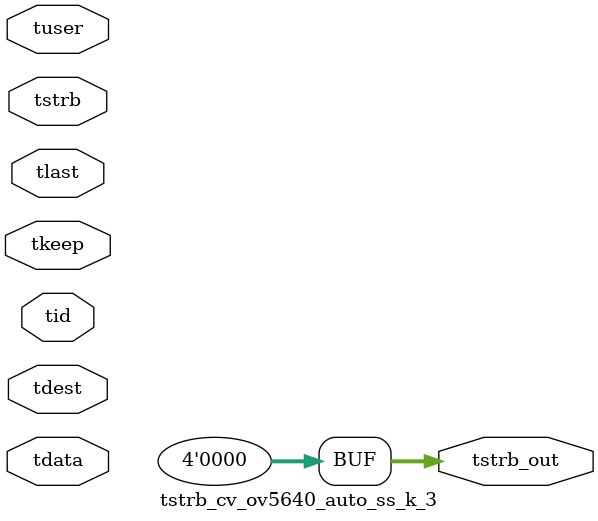
<source format=v>


`timescale 1ps/1ps

module tstrb_cv_ov5640_auto_ss_k_3 #
(
parameter C_S_AXIS_TDATA_WIDTH = 32,
parameter C_S_AXIS_TUSER_WIDTH = 0,
parameter C_S_AXIS_TID_WIDTH   = 0,
parameter C_S_AXIS_TDEST_WIDTH = 0,
parameter C_M_AXIS_TDATA_WIDTH = 32
)
(
input  [(C_S_AXIS_TDATA_WIDTH == 0 ? 1 : C_S_AXIS_TDATA_WIDTH)-1:0     ] tdata,
input  [(C_S_AXIS_TUSER_WIDTH == 0 ? 1 : C_S_AXIS_TUSER_WIDTH)-1:0     ] tuser,
input  [(C_S_AXIS_TID_WIDTH   == 0 ? 1 : C_S_AXIS_TID_WIDTH)-1:0       ] tid,
input  [(C_S_AXIS_TDEST_WIDTH == 0 ? 1 : C_S_AXIS_TDEST_WIDTH)-1:0     ] tdest,
input  [(C_S_AXIS_TDATA_WIDTH/8)-1:0 ] tkeep,
input  [(C_S_AXIS_TDATA_WIDTH/8)-1:0 ] tstrb,
input                                                                    tlast,
output [(C_M_AXIS_TDATA_WIDTH/8)-1:0 ] tstrb_out
);

assign tstrb_out = {1'b0};

endmodule


</source>
